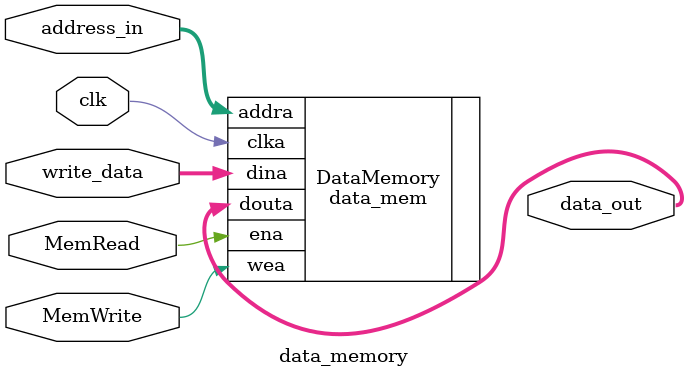
<source format=v>
`timescale 1ns / 1ps

module data_memory(address_in, data_out, write_data, MemWrite, MemRead, clk);
    input wire[9:0] address_in;
	 input wire MemWrite, MemRead, clk;
	 output wire[31:0] data_out;
	 input wire[31:0] write_data;
    
data_mem DataMemory (
  .clka(clk), // input clka
  .ena(MemRead), // input ena
  .wea(MemWrite), // input [0 : 0] wea
  .addra(address_in), // input [9 : 0] addra
  .dina(write_data), // input [31 : 0] dina
  .douta(data_out) // output [31 : 0] douta
);


endmodule

</source>
